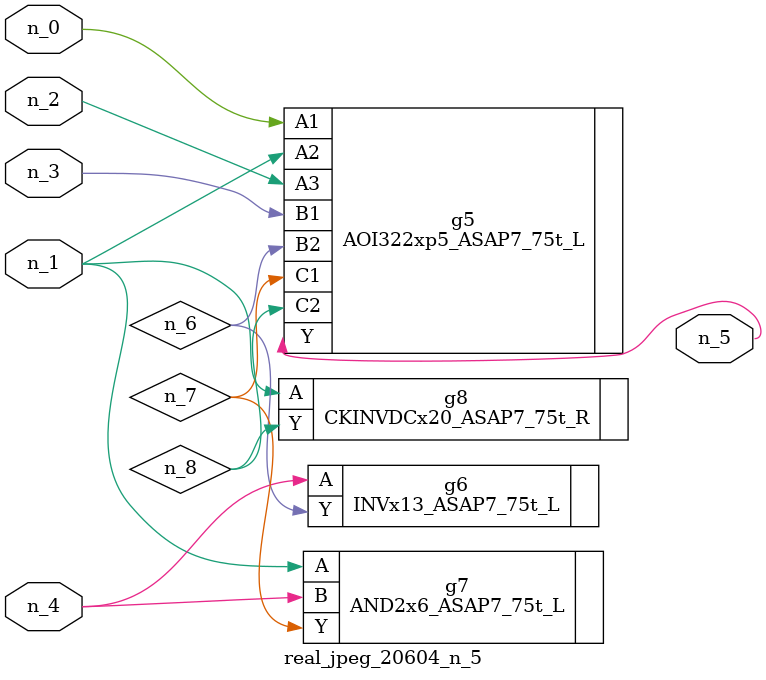
<source format=v>
module real_jpeg_20604_n_5 (n_4, n_0, n_1, n_2, n_3, n_5);

input n_4;
input n_0;
input n_1;
input n_2;
input n_3;

output n_5;

wire n_8;
wire n_6;
wire n_7;

AOI322xp5_ASAP7_75t_L g5 ( 
.A1(n_0),
.A2(n_1),
.A3(n_2),
.B1(n_3),
.B2(n_6),
.C1(n_7),
.C2(n_8),
.Y(n_5)
);

AND2x6_ASAP7_75t_L g7 ( 
.A(n_1),
.B(n_4),
.Y(n_7)
);

CKINVDCx20_ASAP7_75t_R g8 ( 
.A(n_1),
.Y(n_8)
);

INVx13_ASAP7_75t_L g6 ( 
.A(n_4),
.Y(n_6)
);


endmodule
</source>
